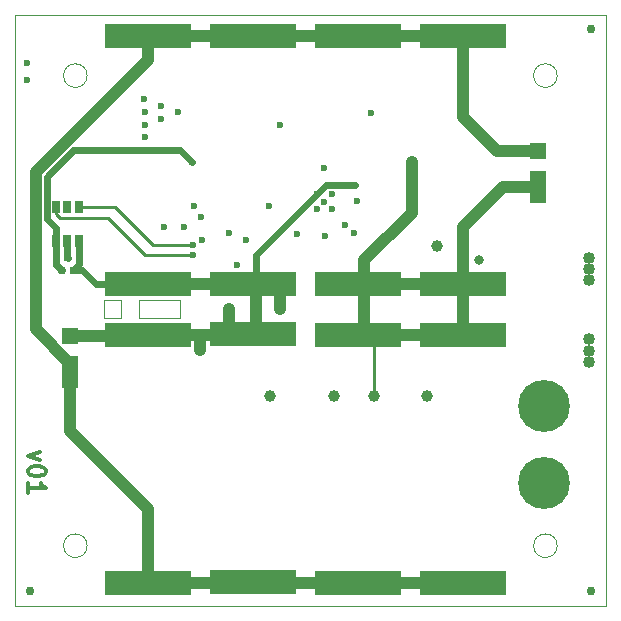
<source format=gbr>
%TF.GenerationSoftware,KiCad,Pcbnew,5.0.2-bee76a0~70~ubuntu18.04.1*%
%TF.CreationDate,2020-02-29T12:44:50-08:00*%
%TF.ProjectId,SolarCell+Y,536f6c61-7243-4656-9c6c-2b592e6b6963,rev?*%
%TF.SameCoordinates,Original*%
%TF.FileFunction,Copper,L1,Top*%
%TF.FilePolarity,Positive*%
%FSLAX46Y46*%
G04 Gerber Fmt 4.6, Leading zero omitted, Abs format (unit mm)*
G04 Created by KiCad (PCBNEW 5.0.2-bee76a0~70~ubuntu18.04.1) date Sat 29 Feb 2020 12:44:50 PM PST*
%MOMM*%
%LPD*%
G01*
G04 APERTURE LIST*
%ADD10C,0.050000*%
%ADD11C,0.300000*%
%ADD12C,0.750000*%
%ADD13C,1.000000*%
%ADD14C,1.016000*%
%ADD15R,7.400000X2.000000*%
%ADD16R,1.400000X1.400000*%
%ADD17R,1.400000X2.700000*%
%ADD18R,0.700000X1.000000*%
%ADD19C,0.100000*%
%ADD20C,0.590000*%
%ADD21C,4.400000*%
%ADD22C,0.600000*%
%ADD23C,0.800000*%
%ADD24C,1.000000*%
%ADD25C,0.248920*%
%ADD26C,0.609600*%
G04 APERTURE END LIST*
D10*
X160500000Y-65600000D02*
X160500000Y-64100000D01*
X164000000Y-65600000D02*
X160500000Y-65600000D01*
X164000000Y-64100000D02*
X164000000Y-65600000D01*
X160500000Y-64100000D02*
X164000000Y-64100000D01*
X159000000Y-64100000D02*
X157500000Y-64100000D01*
X159000000Y-65650000D02*
X159000000Y-64100000D01*
X157500000Y-65650000D02*
X159000000Y-65650000D01*
X157500000Y-64100000D02*
X157500000Y-65650000D01*
D11*
X152086428Y-76954285D02*
X151086428Y-77311428D01*
X152086428Y-77668571D01*
X152586428Y-78525714D02*
X152586428Y-78668571D01*
X152515000Y-78811428D01*
X152443571Y-78882857D01*
X152300714Y-78954285D01*
X152015000Y-79025714D01*
X151657857Y-79025714D01*
X151372142Y-78954285D01*
X151229285Y-78882857D01*
X151157857Y-78811428D01*
X151086428Y-78668571D01*
X151086428Y-78525714D01*
X151157857Y-78382857D01*
X151229285Y-78311428D01*
X151372142Y-78240000D01*
X151657857Y-78168571D01*
X152015000Y-78168571D01*
X152300714Y-78240000D01*
X152443571Y-78311428D01*
X152515000Y-78382857D01*
X152586428Y-78525714D01*
X151086428Y-80454285D02*
X151086428Y-79597142D01*
X151086428Y-80025714D02*
X152586428Y-80025714D01*
X152372142Y-79882857D01*
X152229285Y-79740000D01*
X152157857Y-79597142D01*
D10*
X200000000Y-40000000D02*
X150000000Y-40000000D01*
X150000000Y-90000000D02*
X200000000Y-90000000D01*
X150000000Y-40000000D02*
X150000000Y-90000000D01*
X195900000Y-45100000D02*
G75*
G03X195900000Y-45100000I-1000000J0D01*
G01*
X156100000Y-84900000D02*
G75*
G03X156100000Y-84900000I-1000000J0D01*
G01*
X156100000Y-45100000D02*
G75*
G03X156100000Y-45100000I-1000000J0D01*
G01*
X195900000Y-84900000D02*
G75*
G03X195900000Y-84900000I-1000000J0D01*
G01*
X200000000Y-90000000D02*
X200000000Y-40000000D01*
D12*
X198755000Y-41148000D03*
X151257000Y-88773000D03*
X198755000Y-88773000D03*
D13*
X185750200Y-59512200D03*
X184835800Y-72263000D03*
X176987200Y-72263000D03*
X171602400Y-72263000D03*
X180424666Y-72263000D03*
D14*
X198566000Y-69330000D03*
X198566000Y-60530000D03*
X198566000Y-68380000D03*
X198566000Y-67430000D03*
X198566000Y-61480000D03*
X198566000Y-62430000D03*
D15*
X170180000Y-62738000D03*
X170180000Y-41738000D03*
X161290000Y-67056000D03*
X161290000Y-88056000D03*
X170180000Y-67011000D03*
X170180000Y-88011000D03*
X179070000Y-41738000D03*
X179070000Y-62738000D03*
X187960000Y-41738000D03*
X187960000Y-62738000D03*
X179070000Y-88056000D03*
X179070000Y-67056000D03*
X187960000Y-88056000D03*
X187960000Y-67056000D03*
D16*
X154686000Y-67111000D03*
D17*
X154686000Y-70161000D03*
D15*
X161290000Y-62738000D03*
X161290000Y-41738000D03*
D18*
X153482000Y-56208000D03*
X154432000Y-56208000D03*
X155382000Y-56208000D03*
X155382000Y-59108000D03*
X154432000Y-59108000D03*
X153482000Y-59108000D03*
D19*
G36*
X155586958Y-60183510D02*
X155601276Y-60185634D01*
X155615317Y-60189151D01*
X155628946Y-60194028D01*
X155642031Y-60200217D01*
X155654447Y-60207658D01*
X155666073Y-60216281D01*
X155676798Y-60226002D01*
X155686519Y-60236727D01*
X155695142Y-60248353D01*
X155702583Y-60260769D01*
X155708772Y-60273854D01*
X155713649Y-60287483D01*
X155717166Y-60301524D01*
X155719290Y-60315842D01*
X155720000Y-60330300D01*
X155720000Y-60675300D01*
X155719290Y-60689758D01*
X155717166Y-60704076D01*
X155713649Y-60718117D01*
X155708772Y-60731746D01*
X155702583Y-60744831D01*
X155695142Y-60757247D01*
X155686519Y-60768873D01*
X155676798Y-60779598D01*
X155666073Y-60789319D01*
X155654447Y-60797942D01*
X155642031Y-60805383D01*
X155628946Y-60811572D01*
X155615317Y-60816449D01*
X155601276Y-60819966D01*
X155586958Y-60822090D01*
X155572500Y-60822800D01*
X155277500Y-60822800D01*
X155263042Y-60822090D01*
X155248724Y-60819966D01*
X155234683Y-60816449D01*
X155221054Y-60811572D01*
X155207969Y-60805383D01*
X155195553Y-60797942D01*
X155183927Y-60789319D01*
X155173202Y-60779598D01*
X155163481Y-60768873D01*
X155154858Y-60757247D01*
X155147417Y-60744831D01*
X155141228Y-60731746D01*
X155136351Y-60718117D01*
X155132834Y-60704076D01*
X155130710Y-60689758D01*
X155130000Y-60675300D01*
X155130000Y-60330300D01*
X155130710Y-60315842D01*
X155132834Y-60301524D01*
X155136351Y-60287483D01*
X155141228Y-60273854D01*
X155147417Y-60260769D01*
X155154858Y-60248353D01*
X155163481Y-60236727D01*
X155173202Y-60226002D01*
X155183927Y-60216281D01*
X155195553Y-60207658D01*
X155207969Y-60200217D01*
X155221054Y-60194028D01*
X155234683Y-60189151D01*
X155248724Y-60185634D01*
X155263042Y-60183510D01*
X155277500Y-60182800D01*
X155572500Y-60182800D01*
X155586958Y-60183510D01*
X155586958Y-60183510D01*
G37*
D20*
X155425000Y-60502800D03*
D19*
G36*
X154616958Y-60183510D02*
X154631276Y-60185634D01*
X154645317Y-60189151D01*
X154658946Y-60194028D01*
X154672031Y-60200217D01*
X154684447Y-60207658D01*
X154696073Y-60216281D01*
X154706798Y-60226002D01*
X154716519Y-60236727D01*
X154725142Y-60248353D01*
X154732583Y-60260769D01*
X154738772Y-60273854D01*
X154743649Y-60287483D01*
X154747166Y-60301524D01*
X154749290Y-60315842D01*
X154750000Y-60330300D01*
X154750000Y-60675300D01*
X154749290Y-60689758D01*
X154747166Y-60704076D01*
X154743649Y-60718117D01*
X154738772Y-60731746D01*
X154732583Y-60744831D01*
X154725142Y-60757247D01*
X154716519Y-60768873D01*
X154706798Y-60779598D01*
X154696073Y-60789319D01*
X154684447Y-60797942D01*
X154672031Y-60805383D01*
X154658946Y-60811572D01*
X154645317Y-60816449D01*
X154631276Y-60819966D01*
X154616958Y-60822090D01*
X154602500Y-60822800D01*
X154307500Y-60822800D01*
X154293042Y-60822090D01*
X154278724Y-60819966D01*
X154264683Y-60816449D01*
X154251054Y-60811572D01*
X154237969Y-60805383D01*
X154225553Y-60797942D01*
X154213927Y-60789319D01*
X154203202Y-60779598D01*
X154193481Y-60768873D01*
X154184858Y-60757247D01*
X154177417Y-60744831D01*
X154171228Y-60731746D01*
X154166351Y-60718117D01*
X154162834Y-60704076D01*
X154160710Y-60689758D01*
X154160000Y-60675300D01*
X154160000Y-60330300D01*
X154160710Y-60315842D01*
X154162834Y-60301524D01*
X154166351Y-60287483D01*
X154171228Y-60273854D01*
X154177417Y-60260769D01*
X154184858Y-60248353D01*
X154193481Y-60236727D01*
X154203202Y-60226002D01*
X154213927Y-60216281D01*
X154225553Y-60207658D01*
X154237969Y-60200217D01*
X154251054Y-60194028D01*
X154264683Y-60189151D01*
X154278724Y-60185634D01*
X154293042Y-60183510D01*
X154307500Y-60182800D01*
X154602500Y-60182800D01*
X154616958Y-60183510D01*
X154616958Y-60183510D01*
G37*
D20*
X154455000Y-60502800D03*
D19*
G36*
X154621758Y-60183510D02*
X154636076Y-60185634D01*
X154650117Y-60189151D01*
X154663746Y-60194028D01*
X154676831Y-60200217D01*
X154689247Y-60207658D01*
X154700873Y-60216281D01*
X154711598Y-60226002D01*
X154721319Y-60236727D01*
X154729942Y-60248353D01*
X154737383Y-60260769D01*
X154743572Y-60273854D01*
X154748449Y-60287483D01*
X154751966Y-60301524D01*
X154754090Y-60315842D01*
X154754800Y-60330300D01*
X154754800Y-60675300D01*
X154754090Y-60689758D01*
X154751966Y-60704076D01*
X154748449Y-60718117D01*
X154743572Y-60731746D01*
X154737383Y-60744831D01*
X154729942Y-60757247D01*
X154721319Y-60768873D01*
X154711598Y-60779598D01*
X154700873Y-60789319D01*
X154689247Y-60797942D01*
X154676831Y-60805383D01*
X154663746Y-60811572D01*
X154650117Y-60816449D01*
X154636076Y-60819966D01*
X154621758Y-60822090D01*
X154607300Y-60822800D01*
X154312300Y-60822800D01*
X154297842Y-60822090D01*
X154283524Y-60819966D01*
X154269483Y-60816449D01*
X154255854Y-60811572D01*
X154242769Y-60805383D01*
X154230353Y-60797942D01*
X154218727Y-60789319D01*
X154208002Y-60779598D01*
X154198281Y-60768873D01*
X154189658Y-60757247D01*
X154182217Y-60744831D01*
X154176028Y-60731746D01*
X154171151Y-60718117D01*
X154167634Y-60704076D01*
X154165510Y-60689758D01*
X154164800Y-60675300D01*
X154164800Y-60330300D01*
X154165510Y-60315842D01*
X154167634Y-60301524D01*
X154171151Y-60287483D01*
X154176028Y-60273854D01*
X154182217Y-60260769D01*
X154189658Y-60248353D01*
X154198281Y-60236727D01*
X154208002Y-60226002D01*
X154218727Y-60216281D01*
X154230353Y-60207658D01*
X154242769Y-60200217D01*
X154255854Y-60194028D01*
X154269483Y-60189151D01*
X154283524Y-60185634D01*
X154297842Y-60183510D01*
X154312300Y-60182800D01*
X154607300Y-60182800D01*
X154621758Y-60183510D01*
X154621758Y-60183510D01*
G37*
D20*
X154459800Y-60502800D03*
D19*
G36*
X153651758Y-60183510D02*
X153666076Y-60185634D01*
X153680117Y-60189151D01*
X153693746Y-60194028D01*
X153706831Y-60200217D01*
X153719247Y-60207658D01*
X153730873Y-60216281D01*
X153741598Y-60226002D01*
X153751319Y-60236727D01*
X153759942Y-60248353D01*
X153767383Y-60260769D01*
X153773572Y-60273854D01*
X153778449Y-60287483D01*
X153781966Y-60301524D01*
X153784090Y-60315842D01*
X153784800Y-60330300D01*
X153784800Y-60675300D01*
X153784090Y-60689758D01*
X153781966Y-60704076D01*
X153778449Y-60718117D01*
X153773572Y-60731746D01*
X153767383Y-60744831D01*
X153759942Y-60757247D01*
X153751319Y-60768873D01*
X153741598Y-60779598D01*
X153730873Y-60789319D01*
X153719247Y-60797942D01*
X153706831Y-60805383D01*
X153693746Y-60811572D01*
X153680117Y-60816449D01*
X153666076Y-60819966D01*
X153651758Y-60822090D01*
X153637300Y-60822800D01*
X153342300Y-60822800D01*
X153327842Y-60822090D01*
X153313524Y-60819966D01*
X153299483Y-60816449D01*
X153285854Y-60811572D01*
X153272769Y-60805383D01*
X153260353Y-60797942D01*
X153248727Y-60789319D01*
X153238002Y-60779598D01*
X153228281Y-60768873D01*
X153219658Y-60757247D01*
X153212217Y-60744831D01*
X153206028Y-60731746D01*
X153201151Y-60718117D01*
X153197634Y-60704076D01*
X153195510Y-60689758D01*
X153194800Y-60675300D01*
X153194800Y-60330300D01*
X153195510Y-60315842D01*
X153197634Y-60301524D01*
X153201151Y-60287483D01*
X153206028Y-60273854D01*
X153212217Y-60260769D01*
X153219658Y-60248353D01*
X153228281Y-60236727D01*
X153238002Y-60226002D01*
X153248727Y-60216281D01*
X153260353Y-60207658D01*
X153272769Y-60200217D01*
X153285854Y-60194028D01*
X153299483Y-60189151D01*
X153313524Y-60185634D01*
X153327842Y-60183510D01*
X153342300Y-60182800D01*
X153637300Y-60182800D01*
X153651758Y-60183510D01*
X153651758Y-60183510D01*
G37*
D20*
X153489800Y-60502800D03*
D19*
G36*
X155078958Y-61275710D02*
X155093276Y-61277834D01*
X155107317Y-61281351D01*
X155120946Y-61286228D01*
X155134031Y-61292417D01*
X155146447Y-61299858D01*
X155158073Y-61308481D01*
X155168798Y-61318202D01*
X155178519Y-61328927D01*
X155187142Y-61340553D01*
X155194583Y-61352969D01*
X155200772Y-61366054D01*
X155205649Y-61379683D01*
X155209166Y-61393724D01*
X155211290Y-61408042D01*
X155212000Y-61422500D01*
X155212000Y-61767500D01*
X155211290Y-61781958D01*
X155209166Y-61796276D01*
X155205649Y-61810317D01*
X155200772Y-61823946D01*
X155194583Y-61837031D01*
X155187142Y-61849447D01*
X155178519Y-61861073D01*
X155168798Y-61871798D01*
X155158073Y-61881519D01*
X155146447Y-61890142D01*
X155134031Y-61897583D01*
X155120946Y-61903772D01*
X155107317Y-61908649D01*
X155093276Y-61912166D01*
X155078958Y-61914290D01*
X155064500Y-61915000D01*
X154769500Y-61915000D01*
X154755042Y-61914290D01*
X154740724Y-61912166D01*
X154726683Y-61908649D01*
X154713054Y-61903772D01*
X154699969Y-61897583D01*
X154687553Y-61890142D01*
X154675927Y-61881519D01*
X154665202Y-61871798D01*
X154655481Y-61861073D01*
X154646858Y-61849447D01*
X154639417Y-61837031D01*
X154633228Y-61823946D01*
X154628351Y-61810317D01*
X154624834Y-61796276D01*
X154622710Y-61781958D01*
X154622000Y-61767500D01*
X154622000Y-61422500D01*
X154622710Y-61408042D01*
X154624834Y-61393724D01*
X154628351Y-61379683D01*
X154633228Y-61366054D01*
X154639417Y-61352969D01*
X154646858Y-61340553D01*
X154655481Y-61328927D01*
X154665202Y-61318202D01*
X154675927Y-61308481D01*
X154687553Y-61299858D01*
X154699969Y-61292417D01*
X154713054Y-61286228D01*
X154726683Y-61281351D01*
X154740724Y-61277834D01*
X154755042Y-61275710D01*
X154769500Y-61275000D01*
X155064500Y-61275000D01*
X155078958Y-61275710D01*
X155078958Y-61275710D01*
G37*
D20*
X154917000Y-61595000D03*
D19*
G36*
X154108958Y-61275710D02*
X154123276Y-61277834D01*
X154137317Y-61281351D01*
X154150946Y-61286228D01*
X154164031Y-61292417D01*
X154176447Y-61299858D01*
X154188073Y-61308481D01*
X154198798Y-61318202D01*
X154208519Y-61328927D01*
X154217142Y-61340553D01*
X154224583Y-61352969D01*
X154230772Y-61366054D01*
X154235649Y-61379683D01*
X154239166Y-61393724D01*
X154241290Y-61408042D01*
X154242000Y-61422500D01*
X154242000Y-61767500D01*
X154241290Y-61781958D01*
X154239166Y-61796276D01*
X154235649Y-61810317D01*
X154230772Y-61823946D01*
X154224583Y-61837031D01*
X154217142Y-61849447D01*
X154208519Y-61861073D01*
X154198798Y-61871798D01*
X154188073Y-61881519D01*
X154176447Y-61890142D01*
X154164031Y-61897583D01*
X154150946Y-61903772D01*
X154137317Y-61908649D01*
X154123276Y-61912166D01*
X154108958Y-61914290D01*
X154094500Y-61915000D01*
X153799500Y-61915000D01*
X153785042Y-61914290D01*
X153770724Y-61912166D01*
X153756683Y-61908649D01*
X153743054Y-61903772D01*
X153729969Y-61897583D01*
X153717553Y-61890142D01*
X153705927Y-61881519D01*
X153695202Y-61871798D01*
X153685481Y-61861073D01*
X153676858Y-61849447D01*
X153669417Y-61837031D01*
X153663228Y-61823946D01*
X153658351Y-61810317D01*
X153654834Y-61796276D01*
X153652710Y-61781958D01*
X153652000Y-61767500D01*
X153652000Y-61422500D01*
X153652710Y-61408042D01*
X153654834Y-61393724D01*
X153658351Y-61379683D01*
X153663228Y-61366054D01*
X153669417Y-61352969D01*
X153676858Y-61340553D01*
X153685481Y-61328927D01*
X153695202Y-61318202D01*
X153705927Y-61308481D01*
X153717553Y-61299858D01*
X153729969Y-61292417D01*
X153743054Y-61286228D01*
X153756683Y-61281351D01*
X153770724Y-61277834D01*
X153785042Y-61275710D01*
X153799500Y-61275000D01*
X154094500Y-61275000D01*
X154108958Y-61275710D01*
X154108958Y-61275710D01*
G37*
D20*
X153947000Y-61595000D03*
D16*
X194310000Y-51490000D03*
D17*
X194310000Y-54540000D03*
D21*
X194800000Y-73100000D03*
X194800000Y-79600000D03*
D22*
X183593740Y-52415440D03*
X183593740Y-53050440D03*
X160978844Y-48166883D03*
X165112690Y-56134000D03*
X178796228Y-54378747D03*
X176174400Y-55806340D03*
X175574980Y-55144184D03*
X176844980Y-55144184D03*
X175567340Y-56413400D03*
X176844980Y-56388784D03*
X164338000Y-57912000D03*
X162575240Y-57912000D03*
X172417740Y-49303940D03*
X168148000Y-64897000D03*
X172466000Y-64897000D03*
X178689000Y-58420000D03*
X165684200Y-62738000D03*
X165684200Y-68300600D03*
X168148000Y-58420000D03*
X164973000Y-52451000D03*
X168783000Y-61147520D03*
D23*
X189300000Y-60700000D03*
D22*
X163830000Y-48196500D03*
X165700000Y-57100000D03*
X165862000Y-59055000D03*
X165100000Y-59436026D03*
X165100000Y-60325000D03*
X151000000Y-45500000D03*
X161036000Y-50292000D03*
X151003000Y-44005500D03*
X162359712Y-47637690D03*
X161036000Y-49276000D03*
X160909000Y-47117000D03*
X162369500Y-48750000D03*
X169560240Y-59019440D03*
X176184580Y-52959784D03*
X177942240Y-57749440D03*
X171528750Y-56161940D03*
X173878240Y-58471590D03*
X176218027Y-58650475D03*
X180164740Y-48224440D03*
X178954084Y-55753784D03*
D24*
X161290000Y-88056000D02*
X170434000Y-88056000D01*
X170434000Y-88056000D02*
X179578000Y-88056000D01*
X179578000Y-88056000D02*
X187960000Y-88056000D01*
X161290000Y-41738000D02*
X170434000Y-41738000D01*
X170434000Y-41738000D02*
X179578000Y-41738000D01*
X179578000Y-41738000D02*
X187960000Y-41738000D01*
X154686000Y-69511000D02*
X154686000Y-70161000D01*
X151768388Y-66593388D02*
X154686000Y-69511000D01*
X151768388Y-53259612D02*
X151768388Y-66593388D01*
X161290000Y-43738000D02*
X151768388Y-53259612D01*
X161290000Y-41738000D02*
X161290000Y-43738000D01*
X161290000Y-81788000D02*
X161290000Y-88056000D01*
X154686000Y-75184000D02*
X161290000Y-81788000D01*
X154686000Y-70161000D02*
X154686000Y-75184000D01*
X187960000Y-48641000D02*
X187960000Y-41738000D01*
X194310000Y-51490000D02*
X190809000Y-51490000D01*
X190809000Y-51490000D02*
X187960000Y-48641000D01*
X179578000Y-67056000D02*
X187960000Y-67056000D01*
X179578000Y-62738000D02*
X187960000Y-62738000D01*
X179578000Y-62738000D02*
X179578000Y-67056000D01*
X187960000Y-62738000D02*
X187960000Y-67056000D01*
X183593740Y-56722260D02*
X183593740Y-52415440D01*
X179578000Y-62738000D02*
X179578000Y-60738000D01*
X179578000Y-60738000D02*
X183593740Y-56722260D01*
X187960000Y-57912000D02*
X187960000Y-62738000D01*
X194310000Y-54540000D02*
X191332000Y-54540000D01*
X191332000Y-54540000D02*
X187960000Y-57912000D01*
D25*
X180424666Y-67056000D02*
X179070000Y-67056000D01*
X180424666Y-72263000D02*
X180424666Y-67056000D01*
D24*
X170434000Y-62738000D02*
X165684200Y-62738000D01*
X170434000Y-62738000D02*
X170434000Y-64897000D01*
X170434000Y-64897000D02*
X170434000Y-67056000D01*
D26*
X155425000Y-61087000D02*
X155425000Y-60502800D01*
X154917000Y-61595000D02*
X155425000Y-61087000D01*
X155382000Y-60459800D02*
X155425000Y-60502800D01*
X155382000Y-59108000D02*
X155382000Y-60459800D01*
X156845000Y-62738000D02*
X161290000Y-62738000D01*
X154917000Y-61595000D02*
X155702000Y-61595000D01*
X155702000Y-61595000D02*
X156845000Y-62738000D01*
D24*
X161235000Y-67111000D02*
X161290000Y-67056000D01*
X154686000Y-67111000D02*
X161235000Y-67111000D01*
D26*
X176340417Y-54378747D02*
X178796228Y-54378747D01*
X175574980Y-55144184D02*
X176340417Y-54378747D01*
X172339000Y-58380164D02*
X175574980Y-55144184D01*
X170434000Y-62738000D02*
X170434000Y-60285164D01*
X170434000Y-60285164D02*
X172339000Y-58380164D01*
D24*
X168148000Y-66954400D02*
X168122600Y-66979800D01*
X168148000Y-64897000D02*
X168148000Y-66954400D01*
X172466000Y-62788800D02*
X172415200Y-62738000D01*
X172466000Y-64897000D02*
X172466000Y-62788800D01*
X165684200Y-62738000D02*
X161290000Y-62738000D01*
X165684200Y-67887509D02*
X165684200Y-67056000D01*
X165684200Y-68300600D02*
X165684200Y-67887509D01*
X170434000Y-67056000D02*
X165684200Y-67056000D01*
X165684200Y-67056000D02*
X161290000Y-67056000D01*
D26*
X153489800Y-61137800D02*
X153947000Y-61595000D01*
X153489800Y-60502800D02*
X153489800Y-61137800D01*
X153482000Y-60495000D02*
X153489800Y-60502800D01*
X153482000Y-59108000D02*
X153482000Y-60495000D01*
X163957000Y-51435000D02*
X164973000Y-52451000D01*
X154940000Y-51435000D02*
X163957000Y-51435000D01*
X152700199Y-53674801D02*
X154940000Y-51435000D01*
X152700199Y-57216599D02*
X152700199Y-53674801D01*
X153482000Y-59108000D02*
X153482000Y-57998400D01*
X153482000Y-57998400D02*
X152700199Y-57216599D01*
D25*
X161671026Y-59436026D02*
X165100000Y-59436026D01*
X155382000Y-56208000D02*
X158443000Y-56208000D01*
X158443000Y-56208000D02*
X161671026Y-59436026D01*
X161010600Y-60325000D02*
X165100000Y-60325000D01*
X157835600Y-57150000D02*
X161010600Y-60325000D01*
X153797000Y-57150000D02*
X157835600Y-57150000D01*
X153482000Y-56208000D02*
X153482000Y-56835000D01*
X153482000Y-56835000D02*
X153797000Y-57150000D01*
D26*
X154432000Y-60479800D02*
X154455000Y-60502800D01*
X154432000Y-59108000D02*
X154432000Y-60479800D01*
M02*

</source>
